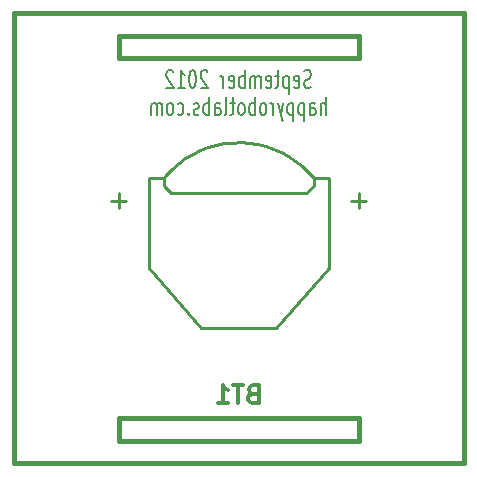
<source format=gbo>
G04 (created by PCBNEW-RS274X (2011-nov-30)-testing) date Sat 15 Sep 2012 11:31:33 AM EDT*
%MOIN*%
G04 Gerber Fmt 3.4, Leading zero omitted, Abs format*
%FSLAX34Y34*%
G01*
G70*
G90*
G04 APERTURE LIST*
%ADD10C,0.006*%
%ADD11C,0.015*%
%ADD12C,0.01*%
%ADD13C,0.012*%
G04 APERTURE END LIST*
G54D10*
X85910Y-51464D02*
X85853Y-51493D01*
X85757Y-51493D01*
X85719Y-51464D01*
X85700Y-51436D01*
X85681Y-51379D01*
X85681Y-51321D01*
X85700Y-51264D01*
X85719Y-51236D01*
X85757Y-51207D01*
X85834Y-51179D01*
X85872Y-51150D01*
X85891Y-51121D01*
X85910Y-51064D01*
X85910Y-51007D01*
X85891Y-50950D01*
X85872Y-50921D01*
X85834Y-50893D01*
X85738Y-50893D01*
X85681Y-50921D01*
X85357Y-51464D02*
X85395Y-51493D01*
X85472Y-51493D01*
X85510Y-51464D01*
X85529Y-51407D01*
X85529Y-51179D01*
X85510Y-51121D01*
X85472Y-51093D01*
X85395Y-51093D01*
X85357Y-51121D01*
X85338Y-51179D01*
X85338Y-51236D01*
X85529Y-51293D01*
X85167Y-51093D02*
X85167Y-51693D01*
X85167Y-51121D02*
X85129Y-51093D01*
X85052Y-51093D01*
X85014Y-51121D01*
X84995Y-51150D01*
X84976Y-51207D01*
X84976Y-51379D01*
X84995Y-51436D01*
X85014Y-51464D01*
X85052Y-51493D01*
X85129Y-51493D01*
X85167Y-51464D01*
X84862Y-51093D02*
X84710Y-51093D01*
X84805Y-50893D02*
X84805Y-51407D01*
X84786Y-51464D01*
X84748Y-51493D01*
X84710Y-51493D01*
X84423Y-51464D02*
X84461Y-51493D01*
X84538Y-51493D01*
X84576Y-51464D01*
X84595Y-51407D01*
X84595Y-51179D01*
X84576Y-51121D01*
X84538Y-51093D01*
X84461Y-51093D01*
X84423Y-51121D01*
X84404Y-51179D01*
X84404Y-51236D01*
X84595Y-51293D01*
X84233Y-51493D02*
X84233Y-51093D01*
X84233Y-51150D02*
X84214Y-51121D01*
X84176Y-51093D01*
X84118Y-51093D01*
X84080Y-51121D01*
X84061Y-51179D01*
X84061Y-51493D01*
X84061Y-51179D02*
X84042Y-51121D01*
X84004Y-51093D01*
X83947Y-51093D01*
X83909Y-51121D01*
X83890Y-51179D01*
X83890Y-51493D01*
X83700Y-51493D02*
X83700Y-50893D01*
X83700Y-51121D02*
X83662Y-51093D01*
X83585Y-51093D01*
X83547Y-51121D01*
X83528Y-51150D01*
X83509Y-51207D01*
X83509Y-51379D01*
X83528Y-51436D01*
X83547Y-51464D01*
X83585Y-51493D01*
X83662Y-51493D01*
X83700Y-51464D01*
X83185Y-51464D02*
X83223Y-51493D01*
X83300Y-51493D01*
X83338Y-51464D01*
X83357Y-51407D01*
X83357Y-51179D01*
X83338Y-51121D01*
X83300Y-51093D01*
X83223Y-51093D01*
X83185Y-51121D01*
X83166Y-51179D01*
X83166Y-51236D01*
X83357Y-51293D01*
X82995Y-51493D02*
X82995Y-51093D01*
X82995Y-51207D02*
X82976Y-51150D01*
X82957Y-51121D01*
X82919Y-51093D01*
X82880Y-51093D01*
X82461Y-50950D02*
X82442Y-50921D01*
X82404Y-50893D01*
X82308Y-50893D01*
X82270Y-50921D01*
X82251Y-50950D01*
X82232Y-51007D01*
X82232Y-51064D01*
X82251Y-51150D01*
X82480Y-51493D01*
X82232Y-51493D01*
X81985Y-50893D02*
X81946Y-50893D01*
X81908Y-50921D01*
X81889Y-50950D01*
X81870Y-51007D01*
X81851Y-51121D01*
X81851Y-51264D01*
X81870Y-51379D01*
X81889Y-51436D01*
X81908Y-51464D01*
X81946Y-51493D01*
X81985Y-51493D01*
X82023Y-51464D01*
X82042Y-51436D01*
X82061Y-51379D01*
X82080Y-51264D01*
X82080Y-51121D01*
X82061Y-51007D01*
X82042Y-50950D01*
X82023Y-50921D01*
X81985Y-50893D01*
X81470Y-51493D02*
X81699Y-51493D01*
X81585Y-51493D02*
X81585Y-50893D01*
X81623Y-50979D01*
X81661Y-51036D01*
X81699Y-51064D01*
X81318Y-50950D02*
X81299Y-50921D01*
X81261Y-50893D01*
X81165Y-50893D01*
X81127Y-50921D01*
X81108Y-50950D01*
X81089Y-51007D01*
X81089Y-51064D01*
X81108Y-51150D01*
X81337Y-51493D01*
X81089Y-51493D01*
X86406Y-52393D02*
X86406Y-51793D01*
X86234Y-52393D02*
X86234Y-52079D01*
X86253Y-52021D01*
X86291Y-51993D01*
X86349Y-51993D01*
X86387Y-52021D01*
X86406Y-52050D01*
X85872Y-52393D02*
X85872Y-52079D01*
X85891Y-52021D01*
X85929Y-51993D01*
X86006Y-51993D01*
X86044Y-52021D01*
X85872Y-52364D02*
X85910Y-52393D01*
X86006Y-52393D01*
X86044Y-52364D01*
X86063Y-52307D01*
X86063Y-52250D01*
X86044Y-52193D01*
X86006Y-52164D01*
X85910Y-52164D01*
X85872Y-52136D01*
X85682Y-51993D02*
X85682Y-52593D01*
X85682Y-52021D02*
X85644Y-51993D01*
X85567Y-51993D01*
X85529Y-52021D01*
X85510Y-52050D01*
X85491Y-52107D01*
X85491Y-52279D01*
X85510Y-52336D01*
X85529Y-52364D01*
X85567Y-52393D01*
X85644Y-52393D01*
X85682Y-52364D01*
X85320Y-51993D02*
X85320Y-52593D01*
X85320Y-52021D02*
X85282Y-51993D01*
X85205Y-51993D01*
X85167Y-52021D01*
X85148Y-52050D01*
X85129Y-52107D01*
X85129Y-52279D01*
X85148Y-52336D01*
X85167Y-52364D01*
X85205Y-52393D01*
X85282Y-52393D01*
X85320Y-52364D01*
X84996Y-51993D02*
X84901Y-52393D01*
X84805Y-51993D02*
X84901Y-52393D01*
X84939Y-52536D01*
X84958Y-52564D01*
X84996Y-52593D01*
X84653Y-52393D02*
X84653Y-51993D01*
X84653Y-52107D02*
X84634Y-52050D01*
X84615Y-52021D01*
X84577Y-51993D01*
X84538Y-51993D01*
X84348Y-52393D02*
X84386Y-52364D01*
X84405Y-52336D01*
X84424Y-52279D01*
X84424Y-52107D01*
X84405Y-52050D01*
X84386Y-52021D01*
X84348Y-51993D01*
X84290Y-51993D01*
X84252Y-52021D01*
X84233Y-52050D01*
X84214Y-52107D01*
X84214Y-52279D01*
X84233Y-52336D01*
X84252Y-52364D01*
X84290Y-52393D01*
X84348Y-52393D01*
X84043Y-52393D02*
X84043Y-51793D01*
X84043Y-52021D02*
X84005Y-51993D01*
X83928Y-51993D01*
X83890Y-52021D01*
X83871Y-52050D01*
X83852Y-52107D01*
X83852Y-52279D01*
X83871Y-52336D01*
X83890Y-52364D01*
X83928Y-52393D01*
X84005Y-52393D01*
X84043Y-52364D01*
X83624Y-52393D02*
X83662Y-52364D01*
X83681Y-52336D01*
X83700Y-52279D01*
X83700Y-52107D01*
X83681Y-52050D01*
X83662Y-52021D01*
X83624Y-51993D01*
X83566Y-51993D01*
X83528Y-52021D01*
X83509Y-52050D01*
X83490Y-52107D01*
X83490Y-52279D01*
X83509Y-52336D01*
X83528Y-52364D01*
X83566Y-52393D01*
X83624Y-52393D01*
X83376Y-51993D02*
X83224Y-51993D01*
X83319Y-51793D02*
X83319Y-52307D01*
X83300Y-52364D01*
X83262Y-52393D01*
X83224Y-52393D01*
X83033Y-52393D02*
X83071Y-52364D01*
X83090Y-52307D01*
X83090Y-51793D01*
X82708Y-52393D02*
X82708Y-52079D01*
X82727Y-52021D01*
X82765Y-51993D01*
X82842Y-51993D01*
X82880Y-52021D01*
X82708Y-52364D02*
X82746Y-52393D01*
X82842Y-52393D01*
X82880Y-52364D01*
X82899Y-52307D01*
X82899Y-52250D01*
X82880Y-52193D01*
X82842Y-52164D01*
X82746Y-52164D01*
X82708Y-52136D01*
X82518Y-52393D02*
X82518Y-51793D01*
X82518Y-52021D02*
X82480Y-51993D01*
X82403Y-51993D01*
X82365Y-52021D01*
X82346Y-52050D01*
X82327Y-52107D01*
X82327Y-52279D01*
X82346Y-52336D01*
X82365Y-52364D01*
X82403Y-52393D01*
X82480Y-52393D01*
X82518Y-52364D01*
X82175Y-52364D02*
X82137Y-52393D01*
X82061Y-52393D01*
X82022Y-52364D01*
X82003Y-52307D01*
X82003Y-52279D01*
X82022Y-52221D01*
X82061Y-52193D01*
X82118Y-52193D01*
X82156Y-52164D01*
X82175Y-52107D01*
X82175Y-52079D01*
X82156Y-52021D01*
X82118Y-51993D01*
X82061Y-51993D01*
X82022Y-52021D01*
X81832Y-52336D02*
X81813Y-52364D01*
X81832Y-52393D01*
X81851Y-52364D01*
X81832Y-52336D01*
X81832Y-52393D01*
X81470Y-52364D02*
X81508Y-52393D01*
X81585Y-52393D01*
X81623Y-52364D01*
X81642Y-52336D01*
X81661Y-52279D01*
X81661Y-52107D01*
X81642Y-52050D01*
X81623Y-52021D01*
X81585Y-51993D01*
X81508Y-51993D01*
X81470Y-52021D01*
X81242Y-52393D02*
X81280Y-52364D01*
X81299Y-52336D01*
X81318Y-52279D01*
X81318Y-52107D01*
X81299Y-52050D01*
X81280Y-52021D01*
X81242Y-51993D01*
X81184Y-51993D01*
X81146Y-52021D01*
X81127Y-52050D01*
X81108Y-52107D01*
X81108Y-52279D01*
X81127Y-52336D01*
X81146Y-52364D01*
X81184Y-52393D01*
X81242Y-52393D01*
X80937Y-52393D02*
X80937Y-51993D01*
X80937Y-52050D02*
X80918Y-52021D01*
X80880Y-51993D01*
X80822Y-51993D01*
X80784Y-52021D01*
X80765Y-52079D01*
X80765Y-52393D01*
X80765Y-52079D02*
X80746Y-52021D01*
X80708Y-51993D01*
X80651Y-51993D01*
X80613Y-52021D01*
X80594Y-52079D01*
X80594Y-52393D01*
G54D11*
X79500Y-62500D02*
X87500Y-62500D01*
X87500Y-62500D02*
X87500Y-63250D01*
X87500Y-63250D02*
X79500Y-63250D01*
X79500Y-63250D02*
X79500Y-62500D01*
X79500Y-50500D02*
X79500Y-49750D01*
X87500Y-50500D02*
X79500Y-50500D01*
X87500Y-49750D02*
X87500Y-50500D01*
X79500Y-49750D02*
X87500Y-49750D01*
X91000Y-64000D02*
X91000Y-49000D01*
X76000Y-64000D02*
X91000Y-64000D01*
X76000Y-49000D02*
X76000Y-64000D01*
X76000Y-64000D02*
X76000Y-49000D01*
X76000Y-49000D02*
X91000Y-49000D01*
G54D12*
X79750Y-55250D02*
X79250Y-55250D01*
X79250Y-55250D02*
X79500Y-55250D01*
X79500Y-55250D02*
X79500Y-55000D01*
X79500Y-55000D02*
X79500Y-55500D01*
X87500Y-55000D02*
X87500Y-55500D01*
X87500Y-55500D02*
X87500Y-55250D01*
X87500Y-55250D02*
X87750Y-55250D01*
X87750Y-55250D02*
X87250Y-55250D01*
X86000Y-54500D02*
X86000Y-54750D01*
X86000Y-54750D02*
X85750Y-55000D01*
X85750Y-55000D02*
X81250Y-55000D01*
X81250Y-55000D02*
X81000Y-54750D01*
X81000Y-54750D02*
X81000Y-54500D01*
X85998Y-54499D02*
X85814Y-54289D01*
X85612Y-54096D01*
X85395Y-53921D01*
X85162Y-53765D01*
X84918Y-53631D01*
X84662Y-53518D01*
X84398Y-53428D01*
X84127Y-53362D01*
X83851Y-53319D01*
X83572Y-53300D01*
X83294Y-53306D01*
X83016Y-53336D01*
X82742Y-53391D01*
X82474Y-53468D01*
X82214Y-53569D01*
X81963Y-53693D01*
X81724Y-53837D01*
X81499Y-54002D01*
X81289Y-54186D01*
X81096Y-54388D01*
X81006Y-54495D01*
X81000Y-54500D02*
X80500Y-54500D01*
X86500Y-54500D02*
X86000Y-54500D01*
X80500Y-54500D02*
X80500Y-57500D01*
X80500Y-57500D02*
X82250Y-59500D01*
X82250Y-59500D02*
X84750Y-59500D01*
X84750Y-59500D02*
X86500Y-57500D01*
X86500Y-57500D02*
X86500Y-54500D01*
G54D13*
X83971Y-61679D02*
X83885Y-61707D01*
X83857Y-61736D01*
X83828Y-61793D01*
X83828Y-61879D01*
X83857Y-61936D01*
X83885Y-61964D01*
X83943Y-61993D01*
X84171Y-61993D01*
X84171Y-61393D01*
X83971Y-61393D01*
X83914Y-61421D01*
X83885Y-61450D01*
X83857Y-61507D01*
X83857Y-61564D01*
X83885Y-61621D01*
X83914Y-61650D01*
X83971Y-61679D01*
X84171Y-61679D01*
X83657Y-61393D02*
X83314Y-61393D01*
X83485Y-61993D02*
X83485Y-61393D01*
X82800Y-61993D02*
X83143Y-61993D01*
X82971Y-61993D02*
X82971Y-61393D01*
X83028Y-61479D01*
X83086Y-61536D01*
X83143Y-61564D01*
M02*

</source>
